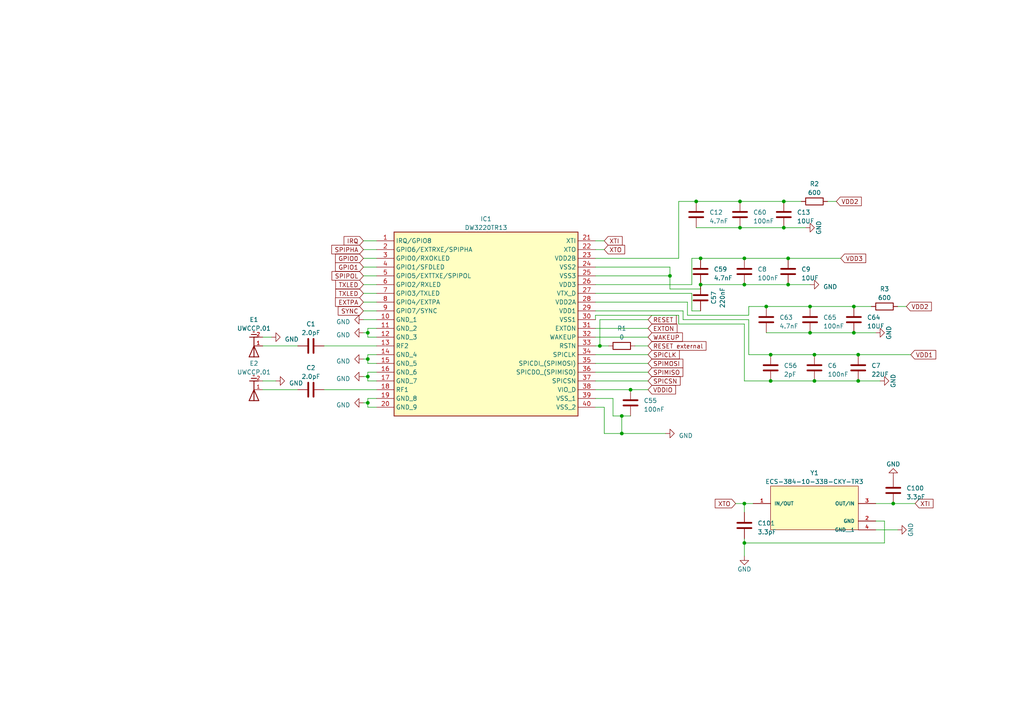
<source format=kicad_sch>
(kicad_sch (version 20230121) (generator eeschema)
  (paper "A4")
  (lib_symbols
    (symbol "Antenna UWCCP01:UWCCP.01" (pin_names (offset 1.016))
      (property "Reference" "E" (at 2.0344 0.7629 0))
      (property "Value" "UWCCP.01" (at 2.1628 -1.0178 0))
      (symbol "UWCCP.01_0_0"
        (polyline (pts (xy -1.397 3.175) (xy 0 3.175)) (stroke (width 0.254)))
        (polyline (pts (xy -0.762 -3.302) (xy 0.762 -3.302)) (stroke (width 0.254)))
        (polyline (pts (xy -0.127 -4.064) (xy 0.254 -4.064)) (stroke (width 0.254)))
        (polyline (pts (xy 0 -2.54) (xy -1.27 -2.54)) (stroke (width 0.254)))
        (polyline (pts (xy 0 -2.54) (xy 1.27 -2.54)) (stroke (width 0.254)))
        (polyline (pts (xy 0 0) (xy -1.397 3.175)) (stroke (width 0.254)))
        (polyline (pts (xy 0 0) (xy 0 -2.54)) (stroke (width 0.254)))
        (polyline (pts (xy 0 3.175) (xy 0 0)) (stroke (width 0.254)))
        (polyline (pts (xy 0 3.175) (xy 1.397 3.175)) (stroke (width 0.254)))
        (polyline (pts (xy 1.397 3.175) (xy 0 0)) (stroke (width 0.254)))
        (pin passive line (at -2.54 0 0) (length 2.54) (name "~") (number "1"))
        (pin power_in line (at -2.54 -2.54 0) (length 2.54) (name "~") (number "2"))
      )
    )
    (symbol "DW3210:DW3220TR13"
      (property "Reference" "IC" (at 59.69 7.62 0))
      (property "Value" "DW3220TR13" (at 59.69 5.08 0))
      (symbol "DW3220TR13_1_1"
        (rectangle (start 5.08 2.54) (end 58.42 -50.8) (stroke (width 0.254)) (fill (type background)))
        (pin passive line (at 0 0 0) (length 5.08) (name "IRQ/GPIO8") (number "1"))
        (pin passive line (at 0 -22.86 0) (length 5.08) (name "GND_1") (number "10"))
        (pin passive line (at 0 -25.4 0) (length 5.08) (name "GND_2") (number "11"))
        (pin passive line (at 0 -27.94 0) (length 5.08) (name "GND_3") (number "12"))
        (pin passive line (at 0 -30.48 0) (length 5.08) (name "RF2") (number "13"))
        (pin passive line (at 0 -33.02 0) (length 5.08) (name "GND_4") (number "14"))
        (pin passive line (at 0 -35.56 0) (length 5.08) (name "GND_5") (number "15"))
        (pin passive line (at 0 -38.1 0) (length 5.08) (name "GND_6") (number "16"))
        (pin passive line (at 0 -40.64 0) (length 5.08) (name "GND_7") (number "17"))
        (pin passive line (at 0 -43.18 0) (length 5.08) (name "RF1") (number "18"))
        (pin passive line (at 0 -45.72 0) (length 5.08) (name "GND_8") (number "19"))
        (pin passive line (at 0 -2.54 0) (length 5.08) (name "GPIO6/EXTRXE/SPIPHA") (number "2"))
        (pin passive line (at 0 -48.26 0) (length 5.08) (name "GND_9") (number "20"))
        (pin passive line (at 63.5 0 180) (length 5.08) (name "XTI") (number "21"))
        (pin passive line (at 63.5 -2.54 180) (length 5.08) (name "XTO") (number "22"))
        (pin passive line (at 63.5 -5.08 180) (length 5.08) (name "VDD2B") (number "23"))
        (pin passive line (at 63.5 -7.62 180) (length 5.08) (name "VSS2") (number "24"))
        (pin passive line (at 63.5 -10.16 180) (length 5.08) (name "VSS3") (number "25"))
        (pin passive line (at 63.5 -12.7 180) (length 5.08) (name "VDD3") (number "26"))
        (pin passive line (at 63.5 -15.24 180) (length 5.08) (name "VTX_D") (number "27"))
        (pin passive line (at 63.5 -17.78 180) (length 5.08) (name "VDD2A") (number "28"))
        (pin passive line (at 63.5 -20.32 180) (length 5.08) (name "VDD1") (number "29"))
        (pin passive line (at 0 -5.08 0) (length 5.08) (name "GPIO0/RXOKLED") (number "3"))
        (pin passive line (at 63.5 -22.86 180) (length 5.08) (name "VSS1") (number "30"))
        (pin passive line (at 63.5 -25.4 180) (length 5.08) (name "EXTON") (number "31"))
        (pin passive line (at 63.5 -27.94 180) (length 5.08) (name "WAKEUP") (number "32"))
        (pin passive line (at 63.5 -30.48 180) (length 5.08) (name "RSTN") (number "33"))
        (pin passive line (at 63.5 -33.02 180) (length 5.08) (name "SPICLK") (number "34"))
        (pin passive line (at 63.5 -35.56 180) (length 5.08) (name "SPICDI_(SPIMOSI)") (number "35"))
        (pin passive line (at 63.5 -38.1 180) (length 5.08) (name "SPICDO_(SPIMISO)") (number "36"))
        (pin passive line (at 63.5 -40.64 180) (length 5.08) (name "SPICSN") (number "37"))
        (pin passive line (at 63.5 -43.18 180) (length 5.08) (name "VIO_D") (number "38"))
        (pin passive line (at 63.5 -45.72 180) (length 5.08) (name "VSS_1") (number "39"))
        (pin passive line (at 0 -7.62 0) (length 5.08) (name "GPIO1/SFDLED") (number "4"))
        (pin passive line (at 63.5 -48.26 180) (length 5.08) (name "VSS_2") (number "40"))
        (pin passive line (at 0 -10.16 0) (length 5.08) (name "GPIO5/EXTTXE/SPIPOL") (number "5"))
        (pin passive line (at 0 -12.7 0) (length 5.08) (name "GPIO2/RXLED") (number "6"))
        (pin passive line (at 0 -15.24 0) (length 5.08) (name "GPIO3/TXLED") (number "7"))
        (pin passive line (at 0 -17.78 0) (length 5.08) (name "GPIO4/EXTPA") (number "8"))
        (pin passive line (at 0 -20.32 0) (length 5.08) (name "GPIO7/SYNC") (number "9"))
      )
    )
    (symbol "Device:C" (pin_numbers hide) (pin_names (offset 0.254))
      (property "Reference" "C" (at 0.635 2.54 0))
      (property "Value" "C" (at 0.635 -2.54 0))
      (symbol "C_0_1"
        (polyline (pts (xy -2.032 -0.762) (xy 2.032 -0.762)) (stroke (width 0.508)))
        (polyline (pts (xy -2.032 0.762) (xy 2.032 0.762)) (stroke (width 0.508)))
      )
      (symbol "C_1_1"
        (pin passive line (at 0 3.81 270) (length 2.794) (name "~") (number "1"))
        (pin passive line (at 0 -3.81 90) (length 2.794) (name "~") (number "2"))
      )
    )
    (symbol "Device:R" (pin_numbers hide) (pin_names (offset 0))
      (property "Reference" "R" (at 2.032 0 90))
      (property "Value" "R" (at 0 0 90))
      (symbol "R_0_1"
        (rectangle (start -1.016 -2.54) (end 1.016 2.54) (stroke (width 0.254)))
      )
      (symbol "R_1_1"
        (pin passive line (at 0 3.81 270) (length 1.27) (name "~") (number "1"))
        (pin passive line (at 0 -3.81 90) (length 1.27) (name "~") (number "2"))
      )
    )
    (symbol "ECS-Crystal:ECS-384-10-33B-CKY-TR3" (pin_names (offset 1.016))
      (property "Reference" "Y" (at -12.7295 8.1469 0))
      (property "Value" "ECS-384-10-33B-CKY-TR3" (at -12.7374 -7.6424 0))
      (symbol "ECS-384-10-33B-CKY-TR3_0_0"
        (rectangle (start -12.7 -5.08) (end 12.7 7.62) (stroke (width 0.1524)) (fill (type background)))
        (pin bidirectional line (at -17.78 2.54 0) (length 5.08) (name "IN/OUT") (number "1"))
        (pin power_in line (at 17.78 -2.54 180) (length 5.08) (name "GND") (number "2"))
        (pin bidirectional line (at 17.78 2.54 180) (length 5.08) (name "OUT/IN") (number "3"))
        (pin power_in line (at 17.78 -5.08 180) (length 5.08) (name "GND__1") (number "4"))
      )
    )
    (symbol "power:GND" (power) (pin_names (offset 0))
      (property "Value" "GND" (at 0 -3.81 0))
      (symbol "GND_0_1"
        (polyline (pts (xy 0 0) (xy 0 -1.27) (xy 1.27 -1.27) (xy 0 -2.54) (xy -1.27 -1.27) (xy 0 -1.27)))
      )
      (symbol "GND_1_1"
        (pin power_in line (at 0 0 270) (length 0) hide (name "GND") (number "1"))
      )
    )
  )
  (junction (at 236.22 102.87))
  (junction (at 223.52 110.49))
  (junction (at 106.68 116.84))
  (junction (at 234.95 88.9))
  (junction (at 259.08 146.05))
  (junction (at 201.93 58.42))
  (junction (at 182.88 113.03))
  (junction (at 228.6 82.55))
  (junction (at 248.92 102.87))
  (junction (at 214.63 66.04))
  (junction (at 227.33 58.42))
  (junction (at 236.22 110.49))
  (junction (at 228.6 74.93))
  (junction (at 247.65 96.52))
  (junction (at 180.34 120.65))
  (junction (at 106.68 109.22))
  (junction (at 215.9 157.48))
  (junction (at 194.31 80.01))
  (junction (at 234.95 96.52))
  (junction (at 173.99 100.33))
  (junction (at 203.2 82.55))
  (junction (at 248.92 110.49))
  (junction (at 223.52 102.87))
  (junction (at 227.33 66.04))
  (junction (at 214.63 58.42))
  (junction (at 215.9 146.05))
  (junction (at 247.65 88.9))
  (junction (at 222.25 88.9))
  (junction (at 215.9 74.93))
  (junction (at 180.34 125.73))
  (junction (at 106.68 96.52))
  (junction (at 106.68 104.14))
  (junction (at 203.2 74.93))
  (junction (at 215.9 82.55))
  (wire (pts (xy 175.26 118.11) (xy 175.26 125.73)))
  (wire (pts (xy 215.9 93.98) (xy 215.9 110.49)))
  (wire (pts (xy 105.41 74.93) (xy 109.22 74.93)))
  (wire (pts (xy 198.12 92.71) (xy 198.12 90.17)))
  (wire (pts (xy 109.22 110.49) (xy 106.68 110.49)))
  (wire (pts (xy 106.68 115.57) (xy 106.68 116.84)))
  (wire (pts (xy 175.26 125.73) (xy 180.34 125.73)))
  (wire (pts (xy 105.41 80.01) (xy 109.22 80.01)))
  (wire (pts (xy 196.85 91.44) (xy 196.85 93.98)))
  (wire (pts (xy 109.22 118.11) (xy 106.68 118.11)))
  (wire (pts (xy 248.92 102.87) (xy 264.16 102.87)))
  (wire (pts (xy 215.9 74.93) (xy 228.6 74.93)))
  (wire (pts (xy 217.17 102.87) (xy 217.17 92.71)))
  (wire (pts (xy 200.66 90.17) (xy 203.2 90.17)))
  (wire (pts (xy 76.2 110.49) (xy 80.01 110.49)))
  (wire (pts (xy 109.22 95.25) (xy 106.68 95.25)))
  (wire (pts (xy 199.39 87.63) (xy 199.39 91.44)))
  (wire (pts (xy 198.12 90.17) (xy 172.72 90.17)))
  (wire (pts (xy 194.31 77.47) (xy 194.31 80.01)))
  (wire (pts (xy 196.85 74.93) (xy 196.85 58.42)))
  (wire (pts (xy 105.41 82.55) (xy 109.22 82.55)))
  (wire (pts (xy 173.99 92.71) (xy 173.99 100.33)))
  (wire (pts (xy 196.85 93.98) (xy 215.9 93.98)))
  (wire (pts (xy 106.68 105.41) (xy 106.68 104.14)))
  (wire (pts (xy 93.98 113.03) (xy 109.22 113.03)))
  (wire (pts (xy 172.72 72.39) (xy 175.26 72.39)))
  (wire (pts (xy 256.54 151.13) (xy 254 151.13)))
  (wire (pts (xy 105.41 87.63) (xy 109.22 87.63)))
  (wire (pts (xy 105.41 77.47) (xy 109.22 77.47)))
  (wire (pts (xy 172.72 69.85) (xy 175.26 69.85)))
  (wire (pts (xy 222.25 96.52) (xy 234.95 96.52)))
  (wire (pts (xy 217.17 91.44) (xy 217.17 88.9)))
  (wire (pts (xy 172.72 100.33) (xy 173.99 100.33)))
  (wire (pts (xy 240.03 58.42) (xy 242.57 58.42)))
  (wire (pts (xy 105.41 92.71) (xy 109.22 92.71)))
  (wire (pts (xy 256.54 157.48) (xy 215.9 157.48)))
  (wire (pts (xy 227.33 58.42) (xy 232.41 58.42)))
  (wire (pts (xy 223.52 102.87) (xy 236.22 102.87)))
  (wire (pts (xy 223.52 110.49) (xy 236.22 110.49)))
  (wire (pts (xy 105.41 69.85) (xy 109.22 69.85)))
  (wire (pts (xy 106.68 97.79) (xy 106.68 96.52)))
  (wire (pts (xy 194.31 83.82) (xy 203.2 83.82)))
  (wire (pts (xy 172.72 87.63) (xy 199.39 87.63)))
  (wire (pts (xy 172.72 80.01) (xy 194.31 80.01)))
  (wire (pts (xy 172.72 105.41) (xy 187.96 105.41)))
  (wire (pts (xy 200.66 74.93) (xy 203.2 74.93)))
  (wire (pts (xy 187.96 92.71) (xy 173.99 92.71)))
  (wire (pts (xy 228.6 74.93) (xy 243.84 74.93)))
  (wire (pts (xy 215.9 146.05) (xy 218.44 146.05)))
  (wire (pts (xy 247.65 88.9) (xy 252.73 88.9)))
  (wire (pts (xy 106.68 104.14) (xy 105.41 104.14)))
  (wire (pts (xy 236.22 102.87) (xy 248.92 102.87)))
  (wire (pts (xy 105.41 90.17) (xy 109.22 90.17)))
  (wire (pts (xy 172.72 110.49) (xy 187.96 110.49)))
  (wire (pts (xy 172.72 97.79) (xy 187.96 97.79)))
  (wire (pts (xy 201.93 66.04) (xy 214.63 66.04)))
  (wire (pts (xy 203.2 83.82) (xy 203.2 82.55)))
  (wire (pts (xy 215.9 110.49) (xy 223.52 110.49)))
  (wire (pts (xy 93.98 100.33) (xy 109.22 100.33)))
  (wire (pts (xy 215.9 157.48) (xy 215.9 156.21)))
  (wire (pts (xy 214.63 66.04) (xy 227.33 66.04)))
  (wire (pts (xy 260.35 88.9) (xy 262.89 88.9)))
  (wire (pts (xy 196.85 58.42) (xy 201.93 58.42)))
  (wire (pts (xy 109.22 97.79) (xy 106.68 97.79)))
  (wire (pts (xy 222.25 88.9) (xy 234.95 88.9)))
  (wire (pts (xy 228.6 82.55) (xy 234.95 82.55)))
  (wire (pts (xy 182.88 113.03) (xy 187.96 113.03)))
  (wire (pts (xy 172.72 92.71) (xy 172.72 91.44)))
  (wire (pts (xy 199.39 91.44) (xy 217.17 91.44)))
  (wire (pts (xy 254 146.05) (xy 259.08 146.05)))
  (wire (pts (xy 203.2 74.93) (xy 215.9 74.93)))
  (wire (pts (xy 234.95 96.52) (xy 247.65 96.52)))
  (wire (pts (xy 194.31 80.01) (xy 194.31 83.82)))
  (wire (pts (xy 172.72 115.57) (xy 177.8 115.57)))
  (wire (pts (xy 200.66 85.09) (xy 200.66 90.17)))
  (wire (pts (xy 109.22 105.41) (xy 106.68 105.41)))
  (wire (pts (xy 105.41 85.09) (xy 109.22 85.09)))
  (wire (pts (xy 201.93 58.42) (xy 214.63 58.42)))
  (wire (pts (xy 217.17 88.9) (xy 222.25 88.9)))
  (wire (pts (xy 106.68 107.95) (xy 106.68 109.22)))
  (wire (pts (xy 172.72 113.03) (xy 182.88 113.03)))
  (wire (pts (xy 180.34 120.65) (xy 182.88 120.65)))
  (wire (pts (xy 247.65 96.52) (xy 254 96.52)))
  (wire (pts (xy 172.72 95.25) (xy 187.96 95.25)))
  (wire (pts (xy 76.2 113.03) (xy 86.36 113.03)))
  (wire (pts (xy 256.54 151.13) (xy 256.54 157.48)))
  (wire (pts (xy 213.36 146.05) (xy 215.9 146.05)))
  (wire (pts (xy 259.08 146.05) (xy 265.43 146.05)))
  (wire (pts (xy 172.72 82.55) (xy 200.66 82.55)))
  (wire (pts (xy 172.72 91.44) (xy 196.85 91.44)))
  (wire (pts (xy 217.17 92.71) (xy 198.12 92.71)))
  (wire (pts (xy 215.9 157.48) (xy 215.9 161.29)))
  (wire (pts (xy 203.2 82.55) (xy 215.9 82.55)))
  (wire (pts (xy 248.92 110.49) (xy 255.27 110.49)))
  (wire (pts (xy 214.63 58.42) (xy 227.33 58.42)))
  (wire (pts (xy 215.9 82.55) (xy 228.6 82.55)))
  (wire (pts (xy 217.17 102.87) (xy 223.52 102.87)))
  (wire (pts (xy 106.68 109.22) (xy 105.41 109.22)))
  (wire (pts (xy 177.8 120.65) (xy 180.34 120.65)))
  (wire (pts (xy 227.33 66.04) (xy 233.68 66.04)))
  (wire (pts (xy 109.22 102.87) (xy 106.68 102.87)))
  (wire (pts (xy 234.95 88.9) (xy 247.65 88.9)))
  (wire (pts (xy 105.41 72.39) (xy 109.22 72.39)))
  (wire (pts (xy 180.34 120.65) (xy 180.34 125.73)))
  (wire (pts (xy 76.2 97.79) (xy 78.74 97.79)))
  (wire (pts (xy 76.2 100.33) (xy 86.36 100.33)))
  (wire (pts (xy 109.22 107.95) (xy 106.68 107.95)))
  (wire (pts (xy 177.8 115.57) (xy 177.8 120.65)))
  (wire (pts (xy 172.72 74.93) (xy 196.85 74.93)))
  (wire (pts (xy 172.72 107.95) (xy 187.96 107.95)))
  (wire (pts (xy 106.68 110.49) (xy 106.68 109.22)))
  (wire (pts (xy 106.68 116.84) (xy 105.41 116.84)))
  (wire (pts (xy 180.34 125.73) (xy 193.04 125.73)))
  (wire (pts (xy 106.68 118.11) (xy 106.68 116.84)))
  (wire (pts (xy 109.22 115.57) (xy 106.68 115.57)))
  (wire (pts (xy 172.72 77.47) (xy 194.31 77.47)))
  (wire (pts (xy 172.72 85.09) (xy 200.66 85.09)))
  (wire (pts (xy 106.68 96.52) (xy 105.41 96.52)))
  (wire (pts (xy 215.9 146.05) (xy 215.9 148.59)))
  (wire (pts (xy 254 153.67) (xy 260.35 153.67)))
  (wire (pts (xy 184.15 100.33) (xy 187.96 100.33)))
  (wire (pts (xy 172.72 118.11) (xy 175.26 118.11)))
  (wire (pts (xy 200.66 82.55) (xy 200.66 74.93)))
  (wire (pts (xy 106.68 95.25) (xy 106.68 96.52)))
  (wire (pts (xy 106.68 102.87) (xy 106.68 104.14)))
  (wire (pts (xy 173.99 100.33) (xy 176.53 100.33)))
  (wire (pts (xy 236.22 110.49) (xy 248.92 110.49)))
  (wire (pts (xy 172.72 102.87) (xy 187.96 102.87)))
  (global_label "SPICLK" (shape input) (at 187.96 102.87 0) (property "Intersheetrefs" "${INTERSHEET_REFS}" (effects hide)))
  (global_label "VDD1" (shape input) (at 264.16 102.87 0) (property "Intersheetrefs" "${INTERSHEET_REFS}" (effects hide)))
  (global_label "VDDIO" (shape input) (at 187.96 113.03 0) (property "Intersheetrefs" "${INTERSHEET_REFS}" (effects hide)))
  (global_label "VDD2" (shape input) (at 262.89 88.9 0) (property "Intersheetrefs" "${INTERSHEET_REFS}" (effects hide)))
  (global_label "SPIPOL" (shape input) (at 105.41 80.01 180) (property "Intersheetrefs" "${INTERSHEET_REFS}" (effects hide)))
  (global_label "VDD3" (shape input) (at 243.84 74.93 0) (property "Intersheetrefs" "${INTERSHEET_REFS}" (effects hide)))
  (global_label "WAKEUP" (shape input) (at 187.96 97.79 0) (property "Intersheetrefs" "${INTERSHEET_REFS}" (effects hide)))
  (global_label "SPICSN" (shape input) (at 187.96 110.49 0) (property "Intersheetrefs" "${INTERSHEET_REFS}" (effects hide)))
  (global_label "RESET external" (shape input) (at 187.96 100.33 0) (property "Intersheetrefs" "${INTERSHEET_REFS}" (effects hide)))
  (global_label "TXLED" (shape input) (at 105.41 85.09 180) (property "Intersheetrefs" "${INTERSHEET_REFS}" (effects hide)))
  (global_label "SPIPHA" (shape input) (at 105.41 72.39 180) (property "Intersheetrefs" "${INTERSHEET_REFS}" (effects hide)))
  (global_label "XTO" (shape input) (at 213.36 146.05 180) (property "Intersheetrefs" "${INTERSHEET_REFS}" (effects hide)))
  (global_label "VDD2" (shape input) (at 242.57 58.42 0) (property "Intersheetrefs" "${INTERSHEET_REFS}" (effects hide)))
  (global_label "SYNC" (shape input) (at 105.41 90.17 180) (property "Intersheetrefs" "${INTERSHEET_REFS}" (effects hide)))
  (global_label "EXTPA" (shape input) (at 105.41 87.63 180) (property "Intersheetrefs" "${INTERSHEET_REFS}" (effects hide)))
  (global_label "GPIO1" (shape input) (at 105.41 77.47 180) (property "Intersheetrefs" "${INTERSHEET_REFS}" (effects hide)))
  (global_label "XTO" (shape input) (at 175.26 72.39 0) (property "Intersheetrefs" "${INTERSHEET_REFS}" (effects hide)))
  (global_label "GPIO0" (shape input) (at 105.41 74.93 180) (property "Intersheetrefs" "${INTERSHEET_REFS}" (effects hide)))
  (global_label "XTI" (shape input) (at 175.26 69.85 0) (property "Intersheetrefs" "${INTERSHEET_REFS}" (effects hide)))
  (global_label "SPIMISO" (shape input) (at 187.96 107.95 0) (property "Intersheetrefs" "${INTERSHEET_REFS}" (effects hide)))
  (global_label "SPIMOSI" (shape input) (at 187.96 105.41 0) (property "Intersheetrefs" "${INTERSHEET_REFS}" (effects hide)))
  (global_label "TXLED" (shape input) (at 105.41 82.55 180) (property "Intersheetrefs" "${INTERSHEET_REFS}" (effects hide)))
  (global_label "RESET" (shape input) (at 187.96 92.71 0) (property "Intersheetrefs" "${INTERSHEET_REFS}" (effects hide)))
  (global_label "IRQ" (shape input) (at 105.41 69.85 180) (property "Intersheetrefs" "${INTERSHEET_REFS}" (effects hide)))
  (global_label "XTI" (shape input) (at 265.43 146.05 0) (property "Intersheetrefs" "${INTERSHEET_REFS}" (effects hide)))
  (global_label "EXTON" (shape input) (at 187.96 95.25 0) (property "Intersheetrefs" "${INTERSHEET_REFS}" (effects hide)))
  (symbol (lib_id "Device:C") (at 248.92 106.68 180) (unit 1)
    (property "Reference" "C7" (at 252.73 106.045 0) (effects (justify right)))
    (property "Value" "22UF" (at 252.73 108.585 0) (effects (justify right)))
    (property "Footprint" "Capacitor_SMD:C_0402_1005Metric" (effects hide))
  )
  (symbol (lib_id "power:GND") (at 78.74 97.79 90) (unit 1)
    (property "Reference" "#PWR015" (effects hide))
    (property "Value" "GND" (at 82.55 98.425 90) (effects (justify right)))
  )
  (symbol (lib_id "power:GND") (at 105.41 92.71 270) (unit 1)
    (property "Reference" "#PWR05" (effects hide))
    (property "Value" "GND" (at 101.6 93.345 90) (effects (justify right)))
  )
  (symbol (lib_id "Device:R") (at 236.22 58.42 90) (unit 1)
    (property "Reference" "R2" (at 236.22 53.34 90))
    (property "Value" "600" (at 236.22 55.88 90))
    (property "Footprint" "Resistor_SMD:R_0402_1005Metric" (effects hide))
  )
  (symbol (lib_id "Antenna UWCCP01:UWCCP.01") (at 73.66 100.33 180) (unit 1)
    (property "Reference" "E1" (at 73.66 92.71 0))
    (property "Value" "UWCCP.01" (at 73.66 95.25 0))
    (property "Footprint" "TESIS:ANTENNA_UWCCP.01" (effects hide))
    (property "MF" "Taoglas Limited" (effects hide))
    (property "Description" "\n                        \n                            6.49GHz UWB Chip RF Antenna 6.24GHz ~ 6.74GHz 6.5dBi Solder Surface Mount\n                        \n" (effects hide))
    (property "Package" "Package" (effects hide))
    (property "Price" "None" (effects hide))
    (property "Check_prices" "https://www.snapeda.com/parts/UWCCP.01/Taoglas/view-part/?ref=eda" (effects hide))
    (property "STANDARD" "Manufacturer Recommendations" (effects hide))
    (property "PARTREV" "SPE-17-8-057/AZ" (effects hide))
    (property "SnapEDA_Link" "https://www.snapeda.com/parts/UWCCP.01/Taoglas/view-part/?ref=snap" (effects hide))
    (property "MP" "UWCCP.01" (effects hide))
    (property "MAXIMUM_PACKAGE_EHIGHT" "2.7 mm" (effects hide))
    (property "Availability" "In Stock" (effects hide))
    (property "MANUFACTURER" "taoglas" (effects hide))
  )
  (symbol (lib_id "power:GND") (at 255.27 110.49 90) (unit 1)
    (property "Reference" "#PWR010" (effects hide))
    (property "Value" "GND" (at 259.08 110.49 0))
  )
  (symbol (lib_id "Antenna UWCCP01:UWCCP.01") (at 73.66 113.03 180) (unit 1)
    (property "Reference" "E2" (at 73.66 105.41 0))
    (property "Value" "UWCCP.01" (at 73.66 107.95 0))
    (property "Footprint" "TESIS:ANTENNA_UWCCP.01" (effects hide))
    (property "MF" "Taoglas Limited" (effects hide))
    (property "Description" "\n                        \n                            6.49GHz UWB Chip RF Antenna 6.24GHz ~ 6.74GHz 6.5dBi Solder Surface Mount\n                        \n" (effects hide))
    (property "Package" "Package" (effects hide))
    (property "Price" "None" (effects hide))
    (property "Check_prices" "https://www.snapeda.com/parts/UWCCP.01/Taoglas/view-part/?ref=eda" (effects hide))
    (property "STANDARD" "Manufacturer Recommendations" (effects hide))
    (property "PARTREV" "SPE-17-8-057/AZ" (effects hide))
    (property "SnapEDA_Link" "https://www.snapeda.com/parts/UWCCP.01/Taoglas/view-part/?ref=snap" (effects hide))
    (property "MP" "UWCCP.01" (effects hide))
    (property "MAXIMUM_PACKAGE_EHIGHT" "2.7 mm" (effects hide))
    (property "Availability" "In Stock" (effects hide))
    (property "MANUFACTURER" "taoglas" (effects hide))
  )
  (symbol (lib_id "DW3210:DW3220TR13") (at 109.22 69.85 0) (unit 1)
    (property "Reference" "IC1" (at 140.97 63.5 0))
    (property "Value" "DW3220TR13" (at 140.97 66.04 0))
    (property "Footprint" "TESIS:DW3220TR13-1" (effects hide))
    (property "Datasheet" "https://www.qorvo.com/products/d/da008142" (effects hide))
    (property "Manufacturer_Name" "Qorvo" (effects hide))
    (property "Manufacturer_Part_Number" "DW3220TR13" (effects hide))
    (property "Mouser Part Number" "772-DW3220TR13" (effects hide))
    (property "Mouser Price/Stock" "https://www.mouser.co.uk/ProductDetail/Qorvo/DW3220TR13?qs=hWgE7mdIu5Rlynx3NsHs6w%3D%3D" (effects hide))
  )
  (symbol (lib_id "power:GND") (at 260.35 153.67 90) (unit 1)
    (property "Reference" "#PWR011" (effects hide))
    (property "Value" "GND" (at 264.16 153.67 0))
  )
  (symbol (lib_id "Device:R") (at 180.34 100.33 90) (unit 1)
    (property "Reference" "R1" (at 180.34 95.25 90))
    (property "Value" "0" (at 180.34 97.79 90))
    (property "Footprint" "Resistor_SMD:R_0402_1005Metric" (effects hide))
  )
  (symbol (lib_id "Device:C") (at 215.9 152.4 180) (unit 1)
    (property "Reference" "C101" (at 219.71 151.765 0) (effects (justify right)))
    (property "Value" "3.3pF" (at 219.71 154.305 0) (effects (justify right)))
    (property "Footprint" "Capacitor_SMD:C_0402_1005Metric" (effects hide))
  )
  (symbol (lib_id "Device:C") (at 222.25 92.71 180) (unit 1)
    (property "Reference" "C63" (at 226.06 92.075 0) (effects (justify right)))
    (property "Value" "4.7nF" (at 226.06 94.615 0) (effects (justify right)))
    (property "Footprint" "Capacitor_SMD:C_0402_1005Metric" (effects hide))
  )
  (symbol (lib_id "power:GND") (at 105.41 109.22 270) (unit 1)
    (property "Reference" "#PWR02" (effects hide))
    (property "Value" "GND" (at 101.6 109.855 90) (effects (justify right)))
  )
  (symbol (lib_id "power:GND") (at 105.41 96.52 270) (unit 1)
    (property "Reference" "#PWR04" (effects hide))
    (property "Value" "GND" (at 101.6 97.155 90) (effects (justify right)))
  )
  (symbol (lib_id "Device:C") (at 214.63 62.23 180) (unit 1)
    (property "Reference" "C60" (at 218.44 61.595 0) (effects (justify right)))
    (property "Value" "100nF" (at 218.44 64.135 0) (effects (justify right)))
    (property "Footprint" "Capacitor_SMD:C_0402_1005Metric" (effects hide))
  )
  (symbol (lib_id "Device:C") (at 215.9 78.74 180) (unit 1)
    (property "Reference" "C8" (at 219.71 78.105 0) (effects (justify right)))
    (property "Value" "100nF" (at 219.71 80.645 0) (effects (justify right)))
    (property "Footprint" "Capacitor_SMD:C_0402_1005Metric" (effects hide))
  )
  (symbol (lib_id "Device:C") (at 247.65 92.71 180) (unit 1)
    (property "Reference" "C64" (at 251.46 92.075 0) (effects (justify right)))
    (property "Value" "10UF" (at 251.46 94.615 0) (effects (justify right)))
    (property "Footprint" "Capacitor_SMD:C_0402_1005Metric" (effects hide))
  )
  (symbol (lib_id "Device:C") (at 228.6 78.74 180) (unit 1)
    (property "Reference" "C9" (at 232.41 78.105 0) (effects (justify right)))
    (property "Value" "10UF" (at 232.41 80.645 0) (effects (justify right)))
    (property "Footprint" "Capacitor_SMD:C_0402_1005Metric" (effects hide))
  )
  (symbol (lib_id "power:GND") (at 233.68 66.04 90) (unit 1)
    (property "Reference" "#PWR07" (effects hide))
    (property "Value" "GND" (at 237.49 66.04 0))
  )
  (symbol (lib_id "Device:C") (at 90.17 100.33 270) (unit 1)
    (property "Reference" "C1" (at 90.17 93.98 90))
    (property "Value" "2.0pF" (at 90.17 96.52 90))
    (property "Footprint" "Capacitor_SMD:C_0201_0603Metric" (effects hide))
  )
  (symbol (lib_id "Device:C") (at 90.17 113.03 270) (unit 1)
    (property "Reference" "C2" (at 90.17 106.68 90))
    (property "Value" "2.0pF" (at 90.17 109.22 90))
    (property "Footprint" "Capacitor_SMD:C_0201_0603Metric" (effects hide))
  )
  (symbol (lib_id "Device:C") (at 203.2 78.74 180) (unit 1)
    (property "Reference" "C59" (at 207.01 78.105 0) (effects (justify right)))
    (property "Value" "4.7nF" (at 207.01 80.645 0) (effects (justify right)))
    (property "Footprint" "Capacitor_SMD:C_0402_1005Metric" (effects hide))
  )
  (symbol (lib_id "Device:C") (at 203.2 86.36 0) (mirror x) (unit 1)
    (property "Reference" "C57" (at 207.01 86.36 90))
    (property "Value" "220nF" (at 209.55 86.36 90))
    (property "Footprint" "Capacitor_SMD:C_0402_1005Metric" (effects hide))
  )
  (symbol (lib_id "Device:C") (at 236.22 106.68 180) (unit 1)
    (property "Reference" "C6" (at 240.03 106.045 0) (effects (justify right)))
    (property "Value" "100nF" (at 240.03 108.585 0) (effects (justify right)))
    (property "Footprint" "Capacitor_SMD:C_0402_1005Metric" (effects hide))
  )
  (symbol (lib_id "ECS-Crystal:ECS-384-10-33B-CKY-TR3") (at 236.22 148.59 0) (unit 1)
    (property "Reference" "Y1" (at 236.22 137.16 0))
    (property "Value" "ECS-384-10-33B-CKY-TR3" (at 236.22 139.7 0))
    (property "Footprint" "TESIS:XTAL_ECS-384-10-33B-CKY-TR3" (effects hide))
    (property "MF" "ECS Inc." (effects hide))
    (property "Description" "\n                        \n                            Crystal 38.4MHz ±10ppm (Tol) ±10ppm (Stability) 10pF FUND 40Ohm 4-Pin Mini-CSMD T/R\n                        \n" (effects hide))
    (property "Package" "ECS-33B ECS Inc." (effects hide))
    (property "Price" "None" (effects hide))
    (property "Check_prices" "https://www.snapeda.com/parts/ECS-384-10-33B-CKY-TR3/ECS/view-part/?ref=eda" (effects hide))
    (property "STANDARD" "MANUFACTURER RECOMMENDATIONS" (effects hide))
    (property "PARTREV" "2017" (effects hide))
    (property "SnapEDA_Link" "https://www.snapeda.com/parts/ECS-384-10-33B-CKY-TR3/ECS/view-part/?ref=snap" (effects hide))
    (property "MP" "ECS-384-10-33B-CKY-TR3" (effects hide))
    (property "Availability" "In Stock" (effects hide))
    (property "MANUFACTURER" "ECS Inc" (effects hide))
  )
  (symbol (lib_id "power:GND") (at 105.41 104.14 270) (unit 1)
    (property "Reference" "#PWR03" (effects hide))
    (property "Value" "GND" (at 101.6 104.775 90) (effects (justify right)))
  )
  (symbol (lib_id "Device:C") (at 223.52 106.68 180) (unit 1)
    (property "Reference" "C56" (at 227.33 106.045 0) (effects (justify right)))
    (property "Value" "2pF" (at 227.33 108.585 0) (effects (justify right)))
    (property "Footprint" "Capacitor_SMD:C_0402_1005Metric" (effects hide))
  )
  (symbol (lib_id "power:GND") (at 234.95 82.55 90) (unit 1)
    (property "Reference" "#PWR08" (effects hide))
    (property "Value" "GND" (at 238.76 83.185 90) (effects (justify right)))
  )
  (symbol (lib_id "Device:C") (at 259.08 142.24 180) (unit 1)
    (property "Reference" "C100" (at 262.89 141.605 0) (effects (justify right)))
    (property "Value" "3.3pF" (at 262.89 144.145 0) (effects (justify right)))
    (property "Footprint" "Capacitor_SMD:C_0402_1005Metric" (effects hide))
  )
  (symbol (lib_id "power:GND") (at 254 96.52 90) (unit 1)
    (property "Reference" "#PWR09" (effects hide))
    (property "Value" "GND" (at 257.81 96.52 0))
  )
  (symbol (lib_id "power:GND") (at 259.08 138.43 180) (unit 1)
    (property "Reference" "#PWR013" (effects hide))
    (property "Value" "GND" (at 259.08 134.62 0))
  )
  (symbol (lib_id "Device:R") (at 256.54 88.9 90) (unit 1)
    (property "Reference" "R3" (at 256.54 83.82 90))
    (property "Value" "600" (at 256.54 86.36 90))
    (property "Footprint" "Resistor_SMD:R_0402_1005Metric" (effects hide))
  )
  (symbol (lib_id "power:GND") (at 80.01 110.49 90) (unit 1)
    (property "Reference" "#PWR014" (effects hide))
    (property "Value" "GND" (at 83.82 111.125 90) (effects (justify right)))
  )
  (symbol (lib_id "Device:C") (at 182.88 116.84 180) (unit 1)
    (property "Reference" "C55" (at 186.69 116.205 0) (effects (justify right)))
    (property "Value" "100nF" (at 186.69 118.745 0) (effects (justify right)))
    (property "Footprint" "Capacitor_SMD:C_0402_1005Metric" (effects hide))
  )
  (symbol (lib_id "Device:C") (at 227.33 62.23 180) (unit 1)
    (property "Reference" "C13" (at 231.14 61.595 0) (effects (justify right)))
    (property "Value" "10UF" (at 231.14 64.135 0) (effects (justify right)))
    (property "Footprint" "Capacitor_SMD:C_0402_1005Metric" (effects hide))
  )
  (symbol (lib_id "Device:C") (at 201.93 62.23 180) (unit 1)
    (property "Reference" "C12" (at 205.74 61.595 0) (effects (justify right)))
    (property "Value" "4.7nF" (at 205.74 64.135 0) (effects (justify right)))
    (property "Footprint" "Capacitor_SMD:C_0402_1005Metric" (effects hide))
  )
  (symbol (lib_id "Device:C") (at 234.95 92.71 180) (unit 1)
    (property "Reference" "C65" (at 238.76 92.075 0) (effects (justify right)))
    (property "Value" "100nF" (at 238.76 94.615 0) (effects (justify right)))
    (property "Footprint" "Capacitor_SMD:C_0402_1005Metric" (effects hide))
  )
  (symbol (lib_id "power:GND") (at 105.41 116.84 270) (unit 1)
    (property "Reference" "#PWR01" (effects hide))
    (property "Value" "GND" (at 101.6 117.475 90) (effects (justify right)))
  )
  (symbol (lib_id "power:GND") (at 215.9 161.29 0) (unit 1)
    (property "Reference" "#PWR012" (effects hide))
    (property "Value" "GND" (at 215.9 165.1 0))
  )
  (symbol (lib_id "power:GND") (at 193.04 125.73 90) (unit 1)
    (property "Reference" "#PWR06" (effects hide))
    (property "Value" "GND" (at 196.85 126.365 90) (effects (justify right)))
  )
)
</source>
